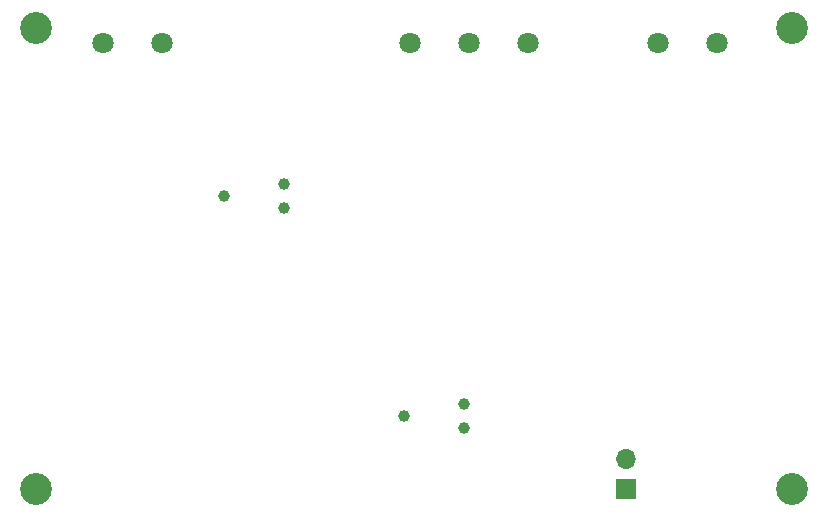
<source format=gbr>
%TF.GenerationSoftware,KiCad,Pcbnew,5.1.10*%
%TF.CreationDate,2021-05-04T20:33:21-04:00*%
%TF.ProjectId,CANalog,43414e61-6c6f-4672-9e6b-696361645f70,rev?*%
%TF.SameCoordinates,PX5b8d800PY848f8c0*%
%TF.FileFunction,Soldermask,Bot*%
%TF.FilePolarity,Negative*%
%FSLAX46Y46*%
G04 Gerber Fmt 4.6, Leading zero omitted, Abs format (unit mm)*
G04 Created by KiCad (PCBNEW 5.1.10) date 2021-05-04 20:33:21*
%MOMM*%
%LPD*%
G01*
G04 APERTURE LIST*
%ADD10C,0.990600*%
%ADD11O,1.700000X1.700000*%
%ADD12R,1.700000X1.700000*%
%ADD13C,1.800000*%
%ADD14C,2.700000*%
G04 APERTURE END LIST*
D10*
%TO.C,J4*%
X-36790000Y-36800000D03*
X-31710000Y-37816000D03*
X-31710000Y-35784000D03*
%TD*%
%TO.C,J5*%
X-52040000Y-18250000D03*
X-46960000Y-19266000D03*
X-46960000Y-17234000D03*
%TD*%
D11*
%TO.C,JP2*%
X-18000000Y-40510000D03*
D12*
X-18000000Y-43050000D03*
%TD*%
D13*
%TO.C,J7*%
X-31300000Y-5300000D03*
X-26300000Y-5300000D03*
X-36300000Y-5300000D03*
%TD*%
%TO.C,J6*%
X-15300000Y-5300000D03*
X-10300000Y-5300000D03*
%TD*%
%TO.C,J1*%
X-62300000Y-5300000D03*
X-57300000Y-5300000D03*
%TD*%
D14*
%TO.C,H4*%
X-4000000Y-4000000D03*
%TD*%
%TO.C,H3*%
X-4000000Y-43000000D03*
%TD*%
%TO.C,H2*%
X-68000000Y-43000000D03*
%TD*%
%TO.C,H1*%
X-68000000Y-4000000D03*
%TD*%
M02*

</source>
